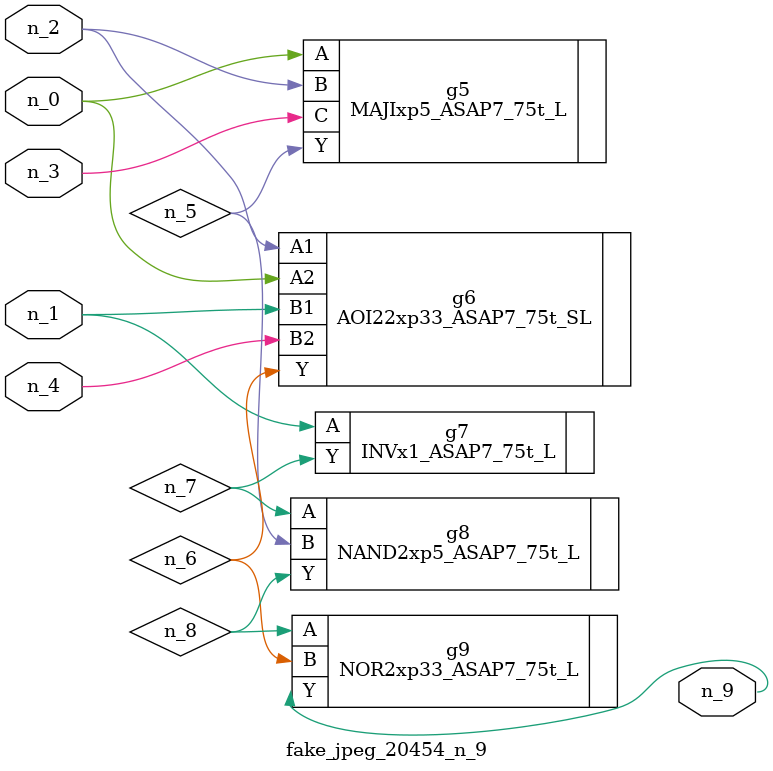
<source format=v>
module fake_jpeg_20454_n_9 (n_3, n_2, n_1, n_0, n_4, n_9);

input n_3;
input n_2;
input n_1;
input n_0;
input n_4;

output n_9;

wire n_8;
wire n_6;
wire n_5;
wire n_7;

MAJIxp5_ASAP7_75t_L g5 ( 
.A(n_0),
.B(n_2),
.C(n_3),
.Y(n_5)
);

AOI22xp33_ASAP7_75t_SL g6 ( 
.A1(n_2),
.A2(n_0),
.B1(n_1),
.B2(n_4),
.Y(n_6)
);

INVx1_ASAP7_75t_L g7 ( 
.A(n_1),
.Y(n_7)
);

NAND2xp5_ASAP7_75t_L g8 ( 
.A(n_7),
.B(n_5),
.Y(n_8)
);

NOR2xp33_ASAP7_75t_L g9 ( 
.A(n_8),
.B(n_6),
.Y(n_9)
);


endmodule
</source>
